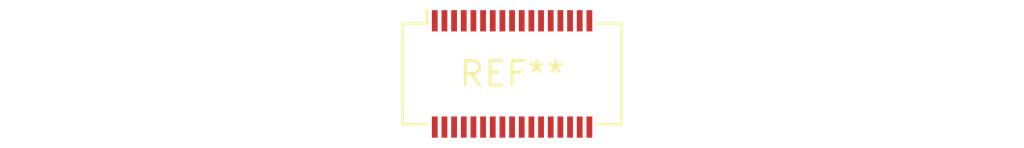
<source format=kicad_pcb>
(kicad_pcb (version 20240108) (generator pcbnew)
  (layers (0 "F.Cu" signal) (31 "B.Cu" signal) (34 "B.Paste" user) (35 "F.Paste" user) (36 "B.SilkS" user "B.Silkscreen") (37 "F.SilkS" user "F.Silkscreen") (38 "B.Mask" user) (39 "F.Mask" user) (44 "Edge.Cuts" user))
  (net 0 "")
  (footprint "Molex_SlimStack_54722-0344_2x17_P0.50mm_Vertical" (layer "F.Cu") (at 0 0)
    (property "Reference" "REF**")
    (property "Value" "Molex_SlimStack_54722-0344_2x17_P0.50mm_Vertical")
    (fp_line (start -5.66 -2.61) (end -4.41 -2.61) (layer "F.SilkS") (stroke (width 0.12)))
    (fp_line (start -5.66 2.61) (end -5.66 -2.61) (layer "F.SilkS") (stroke (width 0.12)))
    (fp_line (start -4.41 -2.61) (end -4.41 -3.3) (layer "F.SilkS") (stroke (width 0.12)))
    (fp_line (start -4.41 2.61) (end -5.66 2.61) (layer "F.SilkS") (stroke (width 0.12)))
    (fp_line (start 4.41 2.61) (end 5.66 2.61) (layer "F.SilkS") (stroke (width 0.12)))
    (fp_line (start 5.66 -2.61) (end 4.41 -2.61) (layer "F.SilkS") (stroke (width 0.12)))
    (fp_line (start 5.66 2.61) (end 5.66 -2.61) (layer "F.SilkS") (stroke (width 0.12)))
    (pad "1" smd rect (at -4 -2.75) (size 0.3 1.1) (layers "F.Cu" "F.Paste" "F.Mask"))
    (pad "2" smd rect (at -4 2.75) (size 0.3 1.1) (layers "F.Cu" "F.Paste" "F.Mask"))
    (pad "3" smd rect (at -3.5 -2.75) (size 0.3 1.1) (layers "F.Cu" "F.Paste" "F.Mask"))
    (pad "4" smd rect (at -3.5 2.75) (size 0.3 1.1) (layers "F.Cu" "F.Paste" "F.Mask"))
    (pad "5" smd rect (at -3 -2.75) (size 0.3 1.1) (layers "F.Cu" "F.Paste" "F.Mask"))
    (pad "6" smd rect (at -3 2.75) (size 0.3 1.1) (layers "F.Cu" "F.Paste" "F.Mask"))
    (pad "7" smd rect (at -2.5 -2.75) (size 0.3 1.1) (layers "F.Cu" "F.Paste" "F.Mask"))
    (pad "8" smd rect (at -2.5 2.75) (size 0.3 1.1) (layers "F.Cu" "F.Paste" "F.Mask"))
    (pad "9" smd rect (at -2 -2.75) (size 0.3 1.1) (layers "F.Cu" "F.Paste" "F.Mask"))
    (pad "10" smd rect (at -2 2.75) (size 0.3 1.1) (layers "F.Cu" "F.Paste" "F.Mask"))
    (pad "11" smd rect (at -1.5 -2.75) (size 0.3 1.1) (layers "F.Cu" "F.Paste" "F.Mask"))
    (pad "12" smd rect (at -1.5 2.75) (size 0.3 1.1) (layers "F.Cu" "F.Paste" "F.Mask"))
    (pad "13" smd rect (at -1 -2.75) (size 0.3 1.1) (layers "F.Cu" "F.Paste" "F.Mask"))
    (pad "14" smd rect (at -1 2.75) (size 0.3 1.1) (layers "F.Cu" "F.Paste" "F.Mask"))
    (pad "15" smd rect (at -0.5 -2.75) (size 0.3 1.1) (layers "F.Cu" "F.Paste" "F.Mask"))
    (pad "16" smd rect (at -0.5 2.75) (size 0.3 1.1) (layers "F.Cu" "F.Paste" "F.Mask"))
    (pad "17" smd rect (at 0 -2.75) (size 0.3 1.1) (layers "F.Cu" "F.Paste" "F.Mask"))
    (pad "18" smd rect (at 0 2.75) (size 0.3 1.1) (layers "F.Cu" "F.Paste" "F.Mask"))
    (pad "19" smd rect (at 0.5 -2.75) (size 0.3 1.1) (layers "F.Cu" "F.Paste" "F.Mask"))
    (pad "20" smd rect (at 0.5 2.75) (size 0.3 1.1) (layers "F.Cu" "F.Paste" "F.Mask"))
    (pad "21" smd rect (at 1 -2.75) (size 0.3 1.1) (layers "F.Cu" "F.Paste" "F.Mask"))
    (pad "22" smd rect (at 1 2.75) (size 0.3 1.1) (layers "F.Cu" "F.Paste" "F.Mask"))
    (pad "23" smd rect (at 1.5 -2.75) (size 0.3 1.1) (layers "F.Cu" "F.Paste" "F.Mask"))
    (pad "24" smd rect (at 1.5 2.75) (size 0.3 1.1) (layers "F.Cu" "F.Paste" "F.Mask"))
    (pad "25" smd rect (at 2 -2.75) (size 0.3 1.1) (layers "F.Cu" "F.Paste" "F.Mask"))
    (pad "26" smd rect (at 2 2.75) (size 0.3 1.1) (layers "F.Cu" "F.Paste" "F.Mask"))
    (pad "27" smd rect (at 2.5 -2.75) (size 0.3 1.1) (layers "F.Cu" "F.Paste" "F.Mask"))
    (pad "28" smd rect (at 2.5 2.75) (size 0.3 1.1) (layers "F.Cu" "F.Paste" "F.Mask"))
    (pad "29" smd rect (at 3 -2.75) (size 0.3 1.1) (layers "F.Cu" "F.Paste" "F.Mask"))
    (pad "30" smd rect (at 3 2.75) (size 0.3 1.1) (layers "F.Cu" "F.Paste" "F.Mask"))
    (pad "31" smd rect (at 3.5 -2.75) (size 0.3 1.1) (layers "F.Cu" "F.Paste" "F.Mask"))
    (pad "32" smd rect (at 3.5 2.75) (size 0.3 1.1) (layers "F.Cu" "F.Paste" "F.Mask"))
    (pad "33" smd rect (at 4 -2.75) (size 0.3 1.1) (layers "F.Cu" "F.Paste" "F.Mask"))
    (pad "34" smd rect (at 4 2.75) (size 0.3 1.1) (layers "F.Cu" "F.Paste" "F.Mask"))
  )
)
</source>
